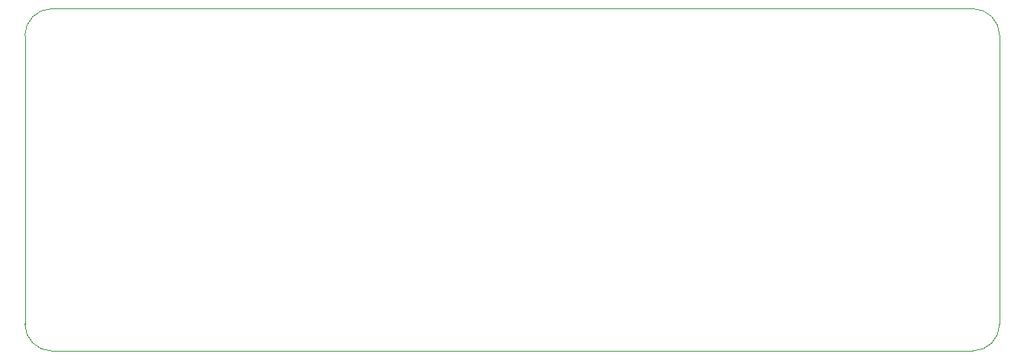
<source format=gbr>
%TF.GenerationSoftware,KiCad,Pcbnew,(6.0.8)*%
%TF.CreationDate,2022-10-21T18:04:50+02:00*%
%TF.ProjectId,VCU,5643552e-6b69-4636-9164-5f7063625858,rev?*%
%TF.SameCoordinates,Original*%
%TF.FileFunction,Profile,NP*%
%FSLAX46Y46*%
G04 Gerber Fmt 4.6, Leading zero omitted, Abs format (unit mm)*
G04 Created by KiCad (PCBNEW (6.0.8)) date 2022-10-21 18:04:50*
%MOMM*%
%LPD*%
G01*
G04 APERTURE LIST*
%TA.AperFunction,Profile*%
%ADD10C,0.100000*%
%TD*%
G04 APERTURE END LIST*
D10*
X96360000Y-78080000D02*
G75*
G03*
X93360000Y-81080000I0J-3000000D01*
G01*
X198360000Y-116080000D02*
G75*
G03*
X201360000Y-113080000I0J3000000D01*
G01*
X201360000Y-81080000D02*
G75*
G03*
X198360000Y-78080000I-3000000J0D01*
G01*
X198360000Y-78080000D02*
X96360000Y-78080000D01*
X93360000Y-113080000D02*
G75*
G03*
X96360000Y-116080000I3000000J0D01*
G01*
X201360000Y-81080000D02*
X201360000Y-113080000D01*
X96360000Y-116080000D02*
X198360000Y-116080000D01*
X93360000Y-81080000D02*
X93360000Y-113080000D01*
M02*

</source>
